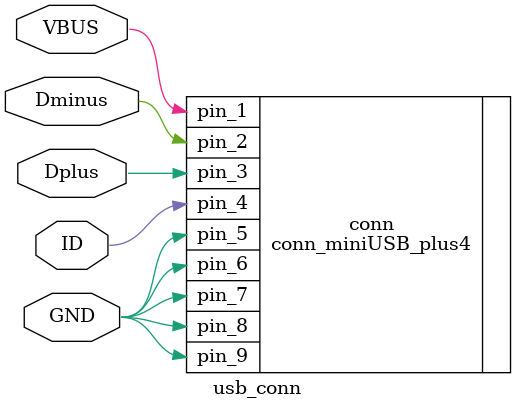
<source format=v>
/*
 * This module captures the mini-USB connector.
 */

module usb_conn (GND, VBUS, Dminus, Dplus, ID);

inout GND, VBUS, Dminus, Dplus, ID;

conn_miniUSB_plus4 conn (.pin_1(VBUS),
			 .pin_2(Dminus),
			 .pin_3(Dplus),
			 .pin_4(ID),
			 .pin_5(GND),
			 /* mounting pads */
			 .pin_6(GND),
			 .pin_7(GND),
			 .pin_8(GND),
			 .pin_9(GND)
	);

endmodule

</source>
